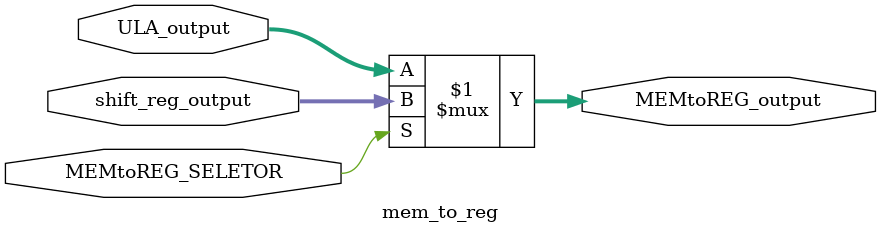
<source format=v>
module mem_to_reg(
    input wire MEMtoREG_SELETOR,

    input wire [31:0] ULA_output,         // Output da ULA     - 0000
    input wire [31:0] shift_reg_output,   // Registrador Shift - 1000

    output wire [31:0] MEMtoREG_output
);
    assign MEMtoREG_output = (MEMtoREG_SELETOR ? shift_reg_output : ULA_output);  
    // [3] = ent8, senão (se [2] = ent7 a ent4 (se [1] = ent7 ou ent6 (se [0] = ent7, senão = ent6), senão = ent5 ou ent4 (se [0] = ent5, senão ent4)), senão = ent3 a ent0 (se [1] = ent3 ou ent2 (se [0] = ent3, senão = ent2), senão = ent1 ou ent0 (se [0] = ent1, senão = ent0)))
endmodule
</source>
